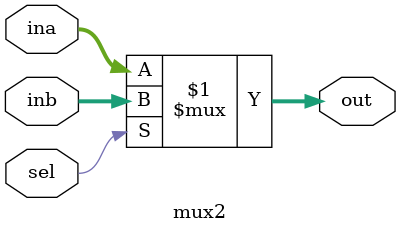
<source format=v>
module mux2 #(parameter WIDTH=32) (
    input sel,
    input [WIDTH-1:0] ina, inb,
    output [WIDTH-1:0] out
);
    assign out = sel ? inb : ina;
endmodule
</source>
